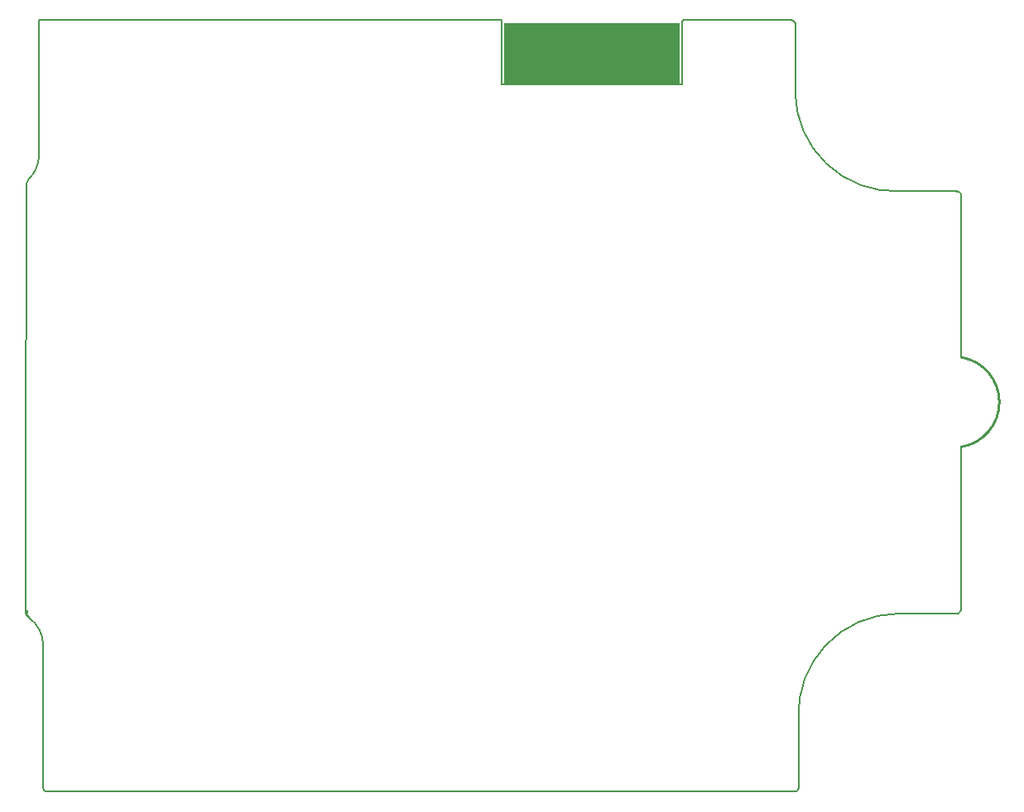
<source format=gko>
G04*
G04 #@! TF.GenerationSoftware,Altium Limited,Altium Designer,21.3.2 (30)*
G04*
G04 Layer_Color=16711935*
%FSTAX24Y24*%
%MOIN*%
G70*
G04*
G04 #@! TF.SameCoordinates,F68421FC-E499-4976-B511-058DC5D6CA2F*
G04*
G04*
G04 #@! TF.FilePolarity,Positive*
G04*
G01*
G75*
%ADD11C,0.0079*%
%ADD18C,0.0100*%
G36*
X052109Y038299D02*
X045023D01*
Y040779D01*
X052109D01*
Y038299D01*
D02*
G37*
D11*
X06089Y016973D02*
G03*
X056891Y012751I00004J-004043D01*
G01*
X056757Y038D02*
G03*
X060979Y034001I004043J00004D01*
G01*
X026479Y015691D02*
G03*
X025873Y01683I-00136J000007D01*
G01*
X025913Y034506D02*
G03*
X02582Y034348I000119J-000177D01*
G01*
X025913Y034506D02*
G03*
X026307Y035443I-000965J000958D01*
G01*
X02634Y0409D02*
G03*
X026307Y040867I00011J-00014D01*
G01*
X056759Y040793D02*
G03*
X056555Y040901I-00017J-000074D01*
G01*
X06344Y033885D02*
G03*
X063233Y033992I-00017J-000074D01*
G01*
X063326Y016971D02*
G03*
X06344Y017112I-000086J000187D01*
G01*
X056768Y009796D02*
G03*
X05688Y009935I-000001J000116D01*
G01*
X026479Y009933D02*
G03*
X026585Y009796I000151J000007D01*
G01*
X052238Y040887D02*
X05225Y0409D01*
X0522Y04085D02*
X052213Y040862D01*
X0522Y0383D02*
Y04085D01*
X052213Y040862D02*
X052238Y040887D01*
X05225Y0409D02*
X056652D01*
X03019D02*
X04495D01*
X06344Y0273D02*
Y029743D01*
Y0237D02*
X06344Y021228D01*
X02576Y0216D02*
X025788Y01697D01*
X02576Y0216D02*
X02582Y034348D01*
X026307Y035443D02*
Y040867D01*
X02634Y0409D02*
X03019D01*
X056759Y03804D02*
Y040793D01*
X06344Y029743D02*
Y033886D01*
X06089Y033999D02*
X063308D01*
X063317Y03399D01*
X06344Y017112D02*
Y021228D01*
X06084Y016971D02*
X063318D01*
X056889Y009934D02*
Y012937D01*
X05688Y009934D02*
X05688Y009934D01*
X026479Y009933D02*
Y015691D01*
X026585Y009796D02*
X056768Y009796D01*
X04495Y0383D02*
Y0409D01*
Y0383D02*
X0522D01*
D18*
X063451Y023695D02*
G03*
X063451Y027305I-000301J001805D01*
G01*
X025831Y017075D02*
G03*
X025882Y016844I000119J-000095D01*
G01*
X0635Y023704D02*
G03*
X06349Y027298I-00035J001796D01*
G01*
M02*

</source>
